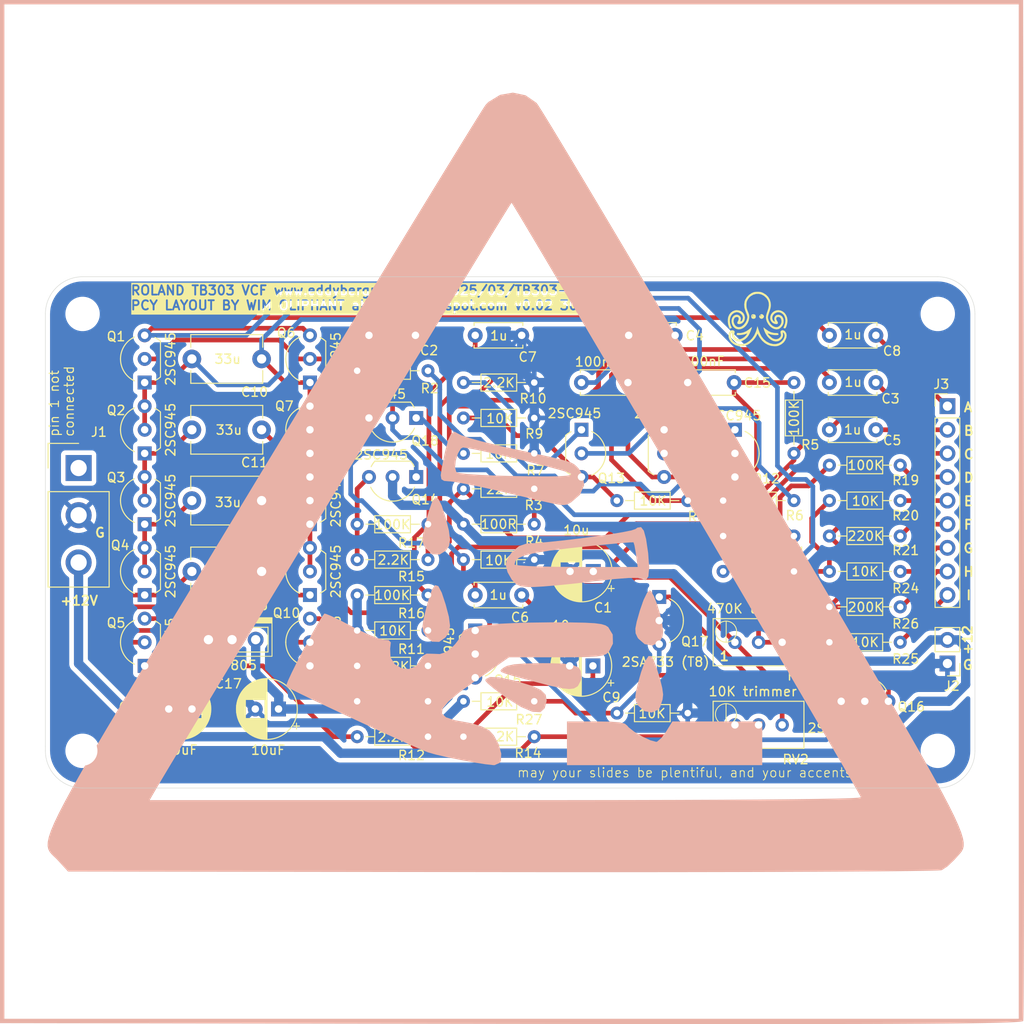
<source format=kicad_pcb>
(kicad_pcb (version 20240108) (generator "pcbnew") (generator_version "8.0")
  (layers (0 "F.Cu" signal) (31 "B.Cu" signal) (34 "B.Paste" user) (35 "F.Paste" user) (36 "B.SilkS" user "B.Silkscreen") (37 "F.SilkS" user "F.Silkscreen") (38 "B.Mask" user) (39 "F.Mask" user) (44 "Edge.Cuts" user))
  (net 0 "")
  (net 1 "Net-(Q1-B)")
  (net 2 "GND")
  (net 3 "Net-(Q1-C)")
  (net 4 "Net-(Q18-E)")
  (net 5 "/vout AND potentiometer_resonance_pin_1")
  (net 6 "Net-(C4-Pad1)")
  (net 7 "/potentiometer_resonance_pin_2")
  (net 8 "Net-(C5-Pad2)")
  (net 9 "Net-(C6-Pad1)")
  (net 10 "Net-(Q14-E)")
  (net 11 "Net-(C7-Pad1)")
  (net 12 "Net-(Q5-B)")
  (net 13 "/audio_in")
  (net 14 "Net-(C9-Pad1)")
  (net 15 "Net-(Q1-E)")
  (net 16 "Net-(Q6-E)")
  (net 17 "Net-(Q7-E)")
  (net 18 "Net-(Q2-E)")
  (net 19 "Net-(Q3-E)")
  (net 20 "Net-(Q8-E)")
  (net 21 "Net-(Q10-C)")
  (net 22 "Net-(Q4-E)")
  (net 23 "Net-(Q11-B)")
  (net 24 "Net-(Q12-B)")
  (net 25 "+12V")
  (net 26 "+5V")
  (net 28 "/potentiometer_freq_pin_2")
  (net 29 "/potentiometer_cv_in_pin_2")
  (net 30 "/potentiometer_freq_pin_3")
  (net 31 "/potentiometer_cv_in_pin_3")
  (net 32 "Net-(Q10-E)")
  (net 33 "Net-(Q10-B)")
  (net 34 "Net-(Q11-E)")
  (net 35 "Net-(Q11-C)")
  (net 36 "Net-(Q12-C)")
  (net 37 "Net-(Q13-B)")
  (net 38 "Net-(Q13-E)")
  (net 39 "Net-(Q14-B)")
  (net 40 "Net-(Q15-B)")
  (net 41 "Net-(Q15-C)")
  (net 42 "Net-(Q15-E)")
  (net 43 "Net-(Q16-B)")
  (net 44 "Net-(Q17-B)")
  (net 45 "Net-(R11-Pad1)")
  (net 46 "Net-(R19-Pad2)")
  (net 47 "/potentiometer_env_in_pin_2")
  (net 48 "/potentiometer_env_in_pin_3")
  (footprint "Capacitor_THT:C_Disc_D5.0mm_W2.5mm_P5.00mm" (layer "F.Cu") (at 130.81 50.8)
    (property "Reference" "C2")
    (property "Value" "47u")
  )
  (footprint "Resistor_THT:R_Axial_DIN0204_L3.6mm_D1.6mm_P7.62mm_Horizontal" (layer "F.Cu") (at 129.54 54.61)
    (property "Reference" "R2")
    (property "Value" "22K")
  )
  (footprint "Package_TO_SOT_THT:TO-92L_Inline_Wide" (layer "F.Cu") (at 153.67 60.96 -90)
    (property "Reference" "Q13")
    (property "Value" "2SC945")
  )
  (footprint "Resistor_THT:R_Axial_DIN0204_L3.6mm_D1.6mm_P7.62mm_Horizontal" (layer "F.Cu") (at 140.97 59.69)
    (property "Reference" "R9")
    (property "Value" "10K")
  )
  (footprint "Capacitor_THT:CP_Radial_D6.3mm_P2.50mm" (layer "F.Cu") (at 154.9 86.36 180)
    (property "Reference" "C9")
    (property "Value" "10u")
  )
  (footprint "Capacitor_THT:C_Disc_D5.0mm_W2.5mm_P5.00mm" (layer "F.Cu") (at 185.34 60.96 180)
    (property "Reference" "C5")
    (property "Value" "1u")
  )
  (footprint "Package_TO_SOT_THT:TO-92L_Inline_Wide" (layer "F.Cu") (at 124.46 63.5 90)
    (property "Reference" "Q7")
    (property "Value" "2SC945")
  )
  (footprint "Resistor_THT:R_Axial_DIN0204_L3.6mm_D1.6mm_P7.62mm_Horizontal" (layer "F.Cu") (at 187.96 68.58 180)
    (property "Reference" "R20")
    (property "Value" "10K")
  )
  (footprint "Potentiometer_THT:Potentiometer_Bourns_3296W_Vertical" (layer "F.Cu") (at 170.18 92.71 180)
    (property "Reference" "RV2")
    (property "Value" "10K trimmer")
  )
  (footprint "Package_TO_SOT_THT:TO-92L_Inline_Wide" (layer "F.Cu") (at 135.89 59.69 180)
    (property "Reference" "Q18")
    (property "Value" "2SC945")
  )
  (footprint "Resistor_THT:R_Axial_DIN0204_L3.6mm_D1.6mm_P7.62mm_Horizontal" (layer "F.Cu") (at 187.96 76.2 180)
    (property "Reference" "R24")
    (property "Value" "10K")
  )
  (footprint "Connector_PinHeader_2.54mm:PinHeader_1x03_P2.54mm_Vertical" (layer "F.Cu") (at 113.54 83.54 90)
    (property "Reference" "U1")
    (property "Value" "LM7805")
  )
  (footprint "Capacitor_THT:C_Disc_D7.5mm_W5.0mm_P7.50mm" (layer "F.Cu") (at 111.76 68.58)
    (property "Reference" "C12")
    (property "Value" "33u")
  )
  (footprint "Package_TO_SOT_THT:TO-92L_Inline_Wide" (layer "F.Cu") (at 170.18 60.96 -90)
    (property "Reference" "Q12")
    (property "Value" "2SC945")
  )
  (footprint "Package_TO_SOT_THT:TO-92L_Inline_Wide" (layer "F.Cu") (at 106.68 63.5 90)
    (property "Reference" "Q2")
    (property "Value" "2SC945")
  )
  (footprint "Package_TO_SOT_THT:TO-92L_Inline_Wide" (layer "F.Cu") (at 142.24 82.55 -90)
    (property "Reference" "Q15")
    (property "Value" "2SC945")
  )
  (footprint "Resistor_THT:R_Axial_DIN0204_L3.6mm_D1.6mm_P7.62mm_Horizontal" (layer "F.Cu") (at 148.59 93.98 180)
    (property "Reference" "R14")
    (property "Value" "2.2K")
  )
  (footprint "Resistor_THT:R_Axial_DIN0204_L3.6mm_D1.6mm_P7.62mm_Horizontal" (layer "F.Cu") (at 137.16 93.98 180)
    (property "Reference" "R12")
    (property "Value" "2.2K")
  )
  (footprint "Capacitor_THT:C_Disc_D7.5mm_W5.0mm_P7.50mm" (layer "F.Cu") (at 111.76 60.96)
    (property "Reference" "C11")
    (property "Value" "33u")
  )
  (footprint "Resistor_THT:R_Axial_DIN0204_L3.6mm_D1.6mm_P7.62mm_Horizontal" (layer "F.Cu") (at 187.96 72.39 180)
    (property "Reference" "R21")
    (property "Value" "220K")
  )
  (footprint "MountingHole:MountingHole_3.2mm_M3" (layer "F.Cu") (at 192 95.5)
    (property "Reference" "REF**" (hide yes))
    (property "Value" "MountingHole_3.2mm_M3" (hide yes))
  )
  (footprint "LOGO" (layer "F.Cu") (at 172.66 49.15)
    (property "Reference" "G***" (hide yes))
    (property "Value" "LOGO" (hide yes))
  )
  (footprint "Package_TO_SOT_THT:TO-92L_Inline_Wide" (layer "F.Cu") (at 106.68 86.36 90)
    (property "Reference" "Q5")
    (property "Value" "2SC945")
  )
  (footprint "Resistor_THT:R_Axial_DIN0204_L3.6mm_D1.6mm_P7.62mm_Horizontal" (layer "F.Cu") (at 129.54 78.74)
    (property "Reference" "R16")
    (property "Value" "100K")
  )
  (footprint "Resistor_THT:R_Axial_DIN0204_L3.6mm_D1.6mm_P7.62mm_Horizontal" (layer "F.Cu") (at 148.59 67.31 180)
    (property "Reference" "R3")
    (property "Value" "22K")
  )
  (footprint "MountingHole:MountingHole_3.2mm_M3" (layer "F.Cu") (at 100 48.5)
    (property "Reference" "REF**" (hide yes))
    (property "Value" "MountingHole_3.2mm_M3" (hide yes))
  )
  (footprint "Resistor_THT:R_Axial_DIN0204_L3.6mm_D1.6mm_P7.62mm_Horizontal" (layer "F.Cu") (at 165.1 68.58 180)
    (property "Reference" "R8")
    (property "Value" "10K")
  )
  (footprint "Capacitor_THT:C_Disc_D7.5mm_W5.0mm_P7.50mm" (layer "F.Cu") (at 111.76 76.2)
    (property "Reference" "C13")
    (property "Value" "18uF")
  )
  (footprint "Capacitor_THT:CP_Radial_D6.3mm_P2.50mm" (layer "F.Cu") (at 121.08 91 180)
    (property "Reference" "C17")
    (property "Value" "10uF")
  )
  (footprint "Resistor_THT:R_Axial_DIN0204_L3.6mm_D1.6mm_P7.62mm_Horizontal" (layer "F.Cu") (at 129.54 71.12)
    (property "Reference" "R17")
    (property "Value" "100K")
  )
  (footprint "Resistor_THT:R_Axial_DIN0204_L3.6mm_D1.6mm_P7.62mm_Horizontal" (layer "F.Cu") (at 168.91 68.58)
    (property "Reference" "R6")
    (property "Value" "100K")
  )
  (footprint "Resistor_THT:R_Axial_DIN0204_L3.6mm_D1.6mm_P7.62mm_Horizontal" (layer "F.Cu") (at 137.16 90.17 180)
    (property "Reference" "R13")
    (property "Value" "2.2K")
  )
  (footprint "Package_TO_SOT_THT:TO-92L_Inline_Wide" (layer "F.Cu") (at 162.035 78.945 -90)
    (property "Reference" "Q17")
    (property "Value" "2SA733 (T8)")
  )
  (footprint "Resistor_THT:R_Axial_DIN0204_L3.6mm_D1.6mm_P7.62mm_Horizontal" (layer "F.Cu") (at 140.97 55.88)
    (property "Reference" "R10")
    (property "Value" "2.2K")
  )
  (footprint "MountingHole:MountingHole_3.2mm_M3" (layer "F.Cu") (at 100 95.5)
    (property "Reference" "REF**" (hide yes))
    (property "Value" "MountingHole_3.2mm_M3" (hide yes))
  )
  (footprint "Resistor_THT:R_Axial_DIN0204_L3.6mm_D1.6mm_P7.62mm_Horizontal" (layer "F.Cu") (at 140.97 74.93)
    (property "Reference" "R18")
    (property "Value" "10K")
  )
  (footprint "Capacitor_THT:C_Disc_D5.0mm_W2.5mm_P5.00mm" (layer "F.Cu") (at 185.34 50.8 180)
    (property "Reference" "C8")
    (property "Value" "1u")
  )
  (footprint "Connector_PinHeader_2.54mm:PinHeader_1x02_P2.54mm_Vertical" (layer "F.Cu") (at 193.04 86.106 180)
    (property "Reference" "J2")
    (property "Value" "power_output" (hide yes))
  )
  (footprint "Capacitor_THT:C_Disc_D5.0mm_W2.5mm_P5.00mm" (layer "F.Cu") (at 147.24 78.74 180)
    (property "Reference" "C6")
    (property "Value" "1u")
  )
  (footprint "Resistor_THT:R_Axial_DIN0204_L3.6mm_D1.6mm_P7.62mm_Horizontal" (layer "F.Cu") (at 140.97 63.5)
    (property "Reference" "R7")
    (property "Value" "10K")
  )
  (footprint "Resistor_THT:R_Axial_DIN0204_L3.6mm_D1.6mm_P7.62mm_Horizontal" (layer "F.Cu") (at 148.59 71.12 180)
    (property "Reference" "R4")
    (property "Value" "100R")
  )
  (footprint "Resistor_THT:R_Axial_DIN0204_L3.6mm_D1.6mm_P7.62mm_Horizontal" (layer "F.Cu") (at 176.53 72.39 180)
    (property "Reference" "R1")
    (property "Value" "10K")
  )
  (footprint "Package_TO_SOT_THT:TO-92L_Inline_Wide" (layer "F.Cu") (at 124.46 55.88 90)
    (property "Reference" "Q6")
    (property "Value" "2SC945")
  )
  (footprint "Package_TO_SOT_THT:TO-92L_Inline_Wide" (layer "F.Cu") (at 181.61 90.17)
    (property "Reference" "Q16")
    (property "Value" "2SA733 (T7)")
  )
  (footprint "Capacitor_THT:C_Disc_D5.0mm_W2.5mm_P5.00mm" (layer "F.Cu") (at 185.34 55.88 180)
    (property "Reference" "C3")
    (property "Value" "1u")
  )
  (footprint "Package_TO_SOT_THT:TO-92L_Inline_Wide" (layer "F.Cu") (at 124.46 71.12 90)
    (property "Reference" "Q8")
    (property "Value" "2SC945")
  )
  (footprint "Capacitor_THT:C_Disc_D5.0mm_W2.5mm_P5.00mm" (layer "F.Cu") (at 158.67 55.88 180)
    (property "Reference" "C14")
    (property "Value" "100nF")
  )
  (footprint "Resistor_THT:R_Axial_DIN0204_L3.6mm_D1.6mm_P7.62mm_Horizontal" (layer "F.Cu") (at 176.53 55.88 -90)
    (property "Reference" "R5")
    (property "Value" "100K")
  )
  (footprint "Resistor_THT:R_Axial_DIN0204_L3.6mm_D1.6mm_P7.62mm_Horizontal" (layer "F.Cu") (at 187.96 64.77 180)
    (property "Reference" "R19")
    (property "Value" "100K")
  )
  (footprint "Potentiometer_THT:Potentiometer_Bourns_3296W_Vertical" (layer "F.Cu") (at 170.18 83.82 180)
    (property "Reference" "RV1")
    (property "Value" "470K trimmer")
  )
  (footprint "Capacitor_THT:CP_Radial_D6.3mm_P2.50mm" (layer "F.Cu") (at 154.94 76.2 180)
    (property "Reference" "C1")
    (property "Value" "10u")
  )
  (footprint "Capacitor_THT:C_Disc_D7.5mm_W5.0mm_P7.50mm" (layer "F.Cu") (at 111.76 53.34)
    (property "Reference" "C10")
    (property "Value" "33u")
  )
  (footprint "Capacitor_THT:C_Disc_D5.0mm_W2.5mm_P5.00mm" (layer "F.Cu") (at 170.1 55.88 180)
    (property "Reference" "C15")
    (property "Value" "100nF")
  )
  (footprint "Capacitor_THT:CP_Radial_D6.3mm_P2.50mm" (layer "F.Cu") (at 109.27 91)
    (property "Reference" "C16")
    (property "Value" "10uF")
  )
  (footprint "Package_TO_SOT_THT:TO-92L_Inline_Wide" (layer "F.Cu") (at 124.46 78.74 90)
    (property "Reference" "Q9")
    (property "Value" "2SC945")
  )
  (footprint "MountingHole:MountingHole_3.2mm_M3" (layer "F.Cu") (at 192 48.5)
    (property "Reference" "REF**" (hide yes))
    (property "Value" "MountingHole_3.2mm_M3" (hide yes))
  )
  (footprint "Resistor_THT:R_Axial_DIN0204_L3.6mm_D1.6mm_P7.62mm_Horizontal" (layer "F.Cu") (at 137.16 74.93 180)
    (property "Reference" "R15")
    (property "Value" "2.2K")
  )
  (footprint "Resistor_THT:R_Axial_DIN0204_L3.6mm_D1.6mm_P7.62mm_Horizontal" (layer "F.Cu") (at 187.96 83.82 180)
    (property "Reference" "R25")
    (property "Value" "10K")
  )
  (footprint "Capacitor_THT:C_Disc_D5.0mm_W2.5mm_P5.00mm" (layer "F.Cu") (at 142.24 50.8)
    (property "Reference" "C7")
    (property "Value" "1u")
  )
  (footprint "Capacitor_THT:C_Disc_D5.0mm_W2.5mm_P5.00mm" (layer "F.Cu") (at 163.75 50.8 180)
    (property "Reference" "C4")
    (property "Value" "1u")
  )
  (footprint "Resistor_THT:R_Axial_DIN0204_L3.6mm_D1.6mm_P7.62mm_Horizontal" (layer "F.Cu") (at 180.34 80.01)
    (property "Reference" "R26")
    (property "Value" "200K")
  )
  (footprint "Resistor_THT:R_Axial_DIN0204_L3.6mm_D1.6mm_P7.62mm_Horizontal" (layer "F.Cu") (at 137.16 82.55 180)
    (property "Reference" "R11")
    (property "Value" "10K")
  )
  (footprint "Package_TO_SOT_THT:TO-92L_Inline_Wide" (layer "F.Cu") (at 106.68 71.12 90)
    (property "Reference" "Q3")
    (property "Value" "2SC945")
  )
  (footprint "Resistor_THT:R_Axial_DIN0204_L3.6mm_D1.6mm_P7.62mm_Horizontal" (layer "F.Cu") (at 157.48 91.44)
    (property "Reference" "R28")
    (property "Value" "10K")
  )
  (footprint "Package_TO_SOT_THT:TO-92L_Inline_Wide" (layer "F.Cu") (at 162.56 60.96 -90)
    (property "Reference" "Q11")
    (property "Value" "2SC945")
  )
  (footprint "Resistor_THT:R_Axial_DIN0204_L3.6mm_D1.6mm_P7.62mm_Horizontal" (layer "F.Cu") (at 140.97 90.17)
    (property "Reference" "R27")
    (property "Value" "10K")
  )
  (footprint "Package_TO_SOT_THT:TO-92L_Inline_Wide" (layer "F.Cu") (at 124.46 86.36 90)
    (property "Reference" "Q10")
    (property "Value" "2SC945")
  )
  (footprint "Connector_Samtec_HPM_THT:Samtec_HPM-03-05-x-S_Straight_1x03_Pitch5.08mm" (layer "F.Cu") (at 99.575 65.075)
    (property "Reference" "J1")
    (property "Value" "power_input" (hide yes))
  )
  (footprint "Connector_PinHeader_2.54mm:PinHeader_1x09_P2.54mm_Vertical" (layer "F.Cu") (at 193.04 58.42)
    (property "Reference" "J3")
    (property "Value" "Conn_01x09_Pin" (hide yes))
  )
  (footprint "Package_TO_SOT_THT:TO-92L_Inline_Wide" (layer "F.Cu") (at 106.68 55.88 90)
    (property "Reference" "Q1")
    (property "Value" "2SC945")
  )
  (footprint "Resistor_THT:R_Axial_DIN0204_L3.6mm_D1.6mm_P7.62mm_Horizontal" (layer "F.Cu") (at 129.54 86.36)
    (property "Reference" "R22")
    (property "Value" "2.2K")
  )
  (footprint "Package_TO_SOT_THT:TO-92L_Inline_Wide" (layer "F.Cu") (at 106.68 78.74 90)
    (property "Reference" "Q4")
    (property "Value" "2SC945")
  )
  (footprint "Package_TO_SOT_THT:TO-92L_Inline_Wide" (layer "F.Cu") (at 135.89 66.04 180)
    (property "Reference" "Q14")
    (property "Value" "2SC945")
  )
  (footprint "Resistor_THT:R_Axial_DIN0204_L3.6mm_D1.6mm_P7.62mm_Horizontal" (layer "F.Cu") (at 168.91 76.2)
    (property "Reference" "R23")
    (property "Value" "2.2K")
  )
  (footprint "LOGO" (layer "B.Cu") (at 146.15 69.76 180)
    (property "Reference" "G***" (hide yes))
    (property "Value" "LOGO" (hide yes))
  )
  (gr_circle (center 169.23 82.68) (end 170.31 83.03) (stroke (width 0.1)) (fill none) (layer "F.SilkS"))
  (gr_line (start 169.224703 90.44) (end 169.224703 92.68) (stroke (width 0.1)) (layer "F.SilkS"))
  (gr_rect (start 111.74 81.74) (end 120.38 85.33) (stroke (width 0.1)) (fill none) (layer "F.SilkS"))
  (gr_circle (center 169.214703 91.56) (end 170.294703 91.91) (stroke (width 0.1)) (fill none) (layer "F.SilkS"))
  (gr_rect (start 111.74 81.18) (end 120.38 81.73) (stroke (width 0.1)) (fill solid) (layer "F.SilkS"))
  (gr_line (start 169.24 81.56) (end 169.24 83.8) (stroke (width 0.1)) (layer "F.SilkS"))
  (gr_line (start 96 48.5) (end 96 95) (stroke (width 0.05)) (layer "Edge.Cuts"))
  (gr_line (start 196 95.5) (end 196 48.5) (stroke (width 0.05)) (layer "Edge.Cuts"))
  (gr_line (start 100 99.5) (end 192 99.5) (stroke (width 0.05)) (layer "Edge.Cuts"))
  (gr_arc (start 192 44.5) (mid 194.828427 45.671573) (end 196 48.5) (stroke (width 0.05)) (layer "Edge.Cuts"))
  (gr_arc (start 196 95.5) (mid 194.828427 98.328427) (end 192 99.5) (stroke (width 0.05)) (layer "Edge.Cuts"))
  (gr_arc (start 100 99.5) (mid 97.171573 98.328427) (end 96 95.5) (stroke (width 0.05)) (layer "Edge.Cuts"))
  (gr_arc (start 96 48.5) (mid 97.171573 45.671573) (end 100 44.5) (stroke (width 0.05)) (layer "Edge.Cuts"))
  (gr_line (start 96 95.5) (end 96 95) (stroke (width 0.05)) (layer "Edge.Cuts"))
  (gr_line (start 192 44.5) (end 100 44.5) (stroke (width 0.05)) (layer "Edge.Cuts"))
  (gr_text "+12" (at 195.79 85.28 90) (layer "F.SilkS") (effects (font (size 1 1) (thickness 0.2) (bold yes)) (justify left bottom)))
  (gr_text "G" (at 194.66 74.2875 0) (layer "F.SilkS") (effects (font (size 1 1) (thickness 0.2) (bold yes)) (justify left bottom)))
  (gr_text "G" (at 194.59 86.84 0) (layer "F.SilkS") (effects (font (size 1 1) (thickness 0.2) (bold yes)) (justify left bottom)))
  (gr_text "A" (at 194.7 59.13 0) (layer "F.SilkS") (effects (font (size 1 1) (thickness 0.2) (bold yes)) (justify left bottom)))
  (gr_text "D" (at 194.7 66.70875 0) (layer "F.SilkS") (effects (font (size 1 1) (thickness 0.2) (bold yes)) (justify left bottom)))
  (gr_text "B" (at 194.7 61.65625 0) (layer "F.SilkS") (effects (font (size 1 1) (thickness 0.2) (bold yes)) (justify left bottom)))
  (gr_text "ROLAND TB303 VCF www.eddybergman.com/2025/03/TB303-VCF.html\nPCY LAYOUT BY WIM OLIPHANT abtsynth.blogspot.com v0.02 30/3/25" (at 105.08 48.16 0) (layer "F.SilkS" knockout) (effects (font (size 1 1) (thickness 0.2) (bold yes)) (justify left bottom)))
  (gr_text "pin 1 not \nconnected" (at 99.14 61.78 90) (layer "F.SilkS") (effects (font (size 1 1) (thickness 0.125)) (justify left bottom)))
  (gr_text "C" (at 194.7 64.1825 0) (layer "F.SilkS") (effects (font (size 1 1) (thickness 0.2) (bold yes)) (justify left bottom)))
  (gr_text "1" (at 168.43 85.91 0) (layer "F.SilkS") (effects (font (size 1 1) (thickness 0.2) (bold yes)) (justify left bottom)))
  (gr_text "G" (at 101.24 72.62 0) (layer "F.SilkS") (effects (font (size 1 1) (thickness 0.2) (bold yes)) (justify left bottom)))
  (gr_text "+12V" (at 97.5 79.93 0) (layer "F.SilkS") (effects (font (size 1 1) (thickness 0.2) (bold yes)) (justify left bottom)))
  (gr_text "may your slides be plentiful, and your accents many" (at 146.69 98.43 0) (layer "F.SilkS") (effects (font (size 1 1) (thickness 0.1)) (justify left bottom)))
  (gr_text "H" (at 194.66 76.82375 0) (layer "F.SilkS") (effects (font (size 1 1) (thickness 0.2) (bold yes)) (justify left bottom)))
  (gr_text "1" (at 168.62 94.72 0) (layer "F.SilkS") (effects (font (size 1 1) (thickness 0.2) (bold yes)) (justify left bottom)))
  (gr_text "E" (at 194.7 69.235 0) (layer "F.SilkS") (effects (font (size 1 1) (thickness 0.2) (bold yes)) (justify left bottom)))
  (gr_text "I" (at 194.96 79.35 0) (layer "F.SilkS") (effects (font (size 1 1) (thickness 0.2) (bold yes)) (justify left bottom)))
  (gr_text "F" (at 194.7 71.76125 0) (layer "F.SilkS") (effects (font (size 1 1) (thickness 0.2) (bold yes)) (justify left bottom)))
  (segment (start 107.442 50.038) (end 123.698 50.038) (width 0.5) (layer "F.Cu") (net 1))
  (segment (start 159.99 72.39) (end 168.91 72.39) (width 0.5) (layer "F.Cu") (net 1))
  (segment (start 106.68 50.8) (end 107.442 50.038) (width 0.5) (layer "F.Cu") (net 1))
  (segment (start 154.94 76.2) (end 156.18 76.2) (width 0.5) (layer "F.Cu") (net 1))
  (segment (start 123.698 50.038) (end 124.46 50.8) (width 0.5) (layer "F.Cu") (net 1))
  (segment (start 156.18 76.2) (end 159.99 72.39) (width 0.5) (layer "F.Cu") (net 1))
  (segment (start 121.602 46.8) (end 117.602 50.8) (width 0.5) (layer "B.Cu") (net 1))
  (segment (start 170.942 74.422) (end 177.538 74.422) (width 0.5) (layer "B.Cu") (net 1))
  (segment (start 168.91 72.39) (end 170.942 74.422) (width 0.5) (layer "B.Cu") (net 1))
  (segment (start 174.752 64.832) (end 174.752 56.402) (width 0.5) (layer "B.Cu") (net 1))
  (segment (start 117.602 50.8) (end 106.68 50.8) (width 0.5) (layer "B.Cu") (net 1))
  (segment (start 178.562 73.398) (end 178.562 67.052) (width 0.5) (layer "B.Cu") (net 1))
  (segment (start 178.562 67.052) (end 177.81 66.3) (width 0.5) (layer "B.Cu") (net 1))
  (segment (start 174.752 56.402) (end 165.15 46.8) (width 0.5) (layer "B.Cu") (net 1))
  (segment (start 177.538 74.422) (end 178.562 73.398) (width 0.5) (layer "B.Cu") (net 1))
  (segment (start 177.81 66.3) (end 176.22 66.3) (width 0.5) (layer "B.Cu") (net 1))
  (segment (start 165.15 46.8) (end 121.602 46.8) (width 0.5) (layer "B.Cu") (net 1))
  (segment (start 176.22 66.3) (end 174.752 64.832) (width 0.5) (layer "B.Cu") (net 1))
  (segment (start 99.575 70.155) (end 103.632 74.212) (width 1) (layer "B.Cu") (net 2))
  (segment (start 148.59 55.88) (end 149.86 55.88) (width 1) (layer "B.Cu") (net 2))
  (segment (start 109.728 87.122) (end 110.236 86.614) (width 1) (layer "B.Cu") (net 2))
  (segment (start 162.035 81.485) (end 155.243 81.485) (width 1) (layer "B.Cu") (net 2))
  (segment (start 110.236 82.042) (end 111.76 80.518) (width 1) (layer "B.Cu") (net 2))
  (segment (start 127 75.692) (end 127 59.436) (width 1) (layer "B.Cu") (net 2))
  (segment (start 103.632 74.212) (end 103.632 86.614) (width 1) (layer "B.Cu") (net 2))
  (segment (start 117.348 80.264) (end 120.904 80.264) (width 1) (layer "B.Cu") (net 2))
  (segment (start 116.08 83.54) (end 116.08 88.5) (width 1) (layer "B.Cu") (net 2))
  (segment (start 116.08 81.536) (end 116.08 81.532) (width 1) (layer "B.Cu") (net 2))
  (segment (start 148.59 63.5) (end 148.59 59.69) (width 1) (layer "B.Cu") (net 2))
  (segment (start 145.288 50.8) (end 147.24 50.8) (width 1) (layer "B.Cu") (net 2))
  (segment (start 148.59 74.93) (end 146.812 76.708) (width 1) (layer "B.Cu") (net 2))
  (segment (start 147.24 54.53) (end 148.59 55.88) (width 1) (layer "B.Cu") (net 2))
  (segment (start 146.812 76.708) (end 128.016 76.708) (width 1) (layer "B.Cu") (net 2))
  (segment (start 105.41 88.392) (end 108.712 88.392) (width 1) (layer "B.Cu") (net 2))
  (segment (start 115.062 80.518) (end 116.08 81.536) (width 1) (layer "B.Cu") (net 2))
  (segment (start 149.86 55.88) (end 154.94 50.8) (width 1) (layer "B.Cu") (net 2))
  (segment (start 191.594 86.106) (end 193.04 86.106) (width 1) (layer "B.Cu") (net 2))
  (segment (start 139.7 52.832) (end 143.256 52.832) (width 1) (layer "B.Cu") (net 2))
  (segment (start 127.254 87.122) (end 127.254 86.868) (width 1) (layer "B.Cu") (net 2))
  (segment (start 165.1 91.44) (end 165.1 83.312) (width 1) (layer "B.Cu") (net 2))
  (segment (start 135.81 50.8) (end 137.668 50.8) (width 1) (layer "B.Cu") (net 2))
  (segment (start 110.236 86.614) (end 110.236 82.042) (width 1) (layer "B.Cu") (net 2))
  (segment (start 155.243 81.485) (end 152.4 84.328) (width 1) (layer "B.Cu") (net 2))
  (segment (start 129.54 56.896) (end 132.08 56.896) (width 1) (layer "B.Cu") (net 2))
  (segment (start 170.82 88.13) (end 189.57 88.13) (width 1) (layer "B.Cu") (net 2))
  (segment (start 121.92 83.312) (end 121.92 87.63) (width 1) (layer "B.Cu") (net 2))
  (segment (start 125.984 88.392) (end 127.254 87.122) (width 1) (layer "B.Cu") (net 2))
  (segment (start 152.4 84.328) (end 152.4 86.36) (width 1) (layer "B.Cu") (net 2))
  (segment (start 127 59.436) (end 129.54 56.896) (width 1) (layer "B.Cu") (net 2))
  (segment (start 155.243 81.485) (end 152.44 78.682) (width 1) (layer "B.Cu") (net 2))
  (segment (start 121.92 81.28) (end 121.92 83.312) (width 1) (layer "B.Cu") (net 2))
  (segment (start 135.81 53.166) (end 135.81 50.8) (width 1) (layer "B.Cu") (net 2))
  (segment (start 111.76 80.518) (end 115.062 80.518) (width 1) (layer "B.Cu") (net 2))
  (segment (start 165.1 83.312) (end 163.273 81.485) (width 1) (layer "B.Cu") (net 2))
  (segment (start 167.51 91.44) (end 170.82 88.13) (width 1) (layer "B.Cu") (net 2))
  (segment (start 111.77 91) (end 113.47 91) (width 1) (layer "B.Cu") (net 2))
  (segment (start 165.1 91.44) (end 167.51 91.44) (width 1) (layer "B.Cu") (net 2))
  (segment (start 127.254 86.868) (end 127.254 77.47) (width 1) (layer "B.Cu") (net 2))
  (segment (start 116.08 88.5) (end 118.58 91) (width 1) (layer "B.Cu") (net 2))
  (segment (start 151.17 74.93) (end 152.44 76.2) (width 1) (layer "B.Cu") (net 2))
  (segment (start 103.632 86.614) (end 105.41 88.392) (width 1) (layer "B.Cu") (net 2))
  (segment (start 128.016 76.708) (end 127 75.692) (width 1) (layer "B.Cu") (net 2))
  (segment (start 148.59 55.88) (end 148.59 59.69) (width 1) (layer "B.Cu") (net 2))
  (segment (start 143.256 52.832) (end 145.288 50.8) (width 1) (layer "B.Cu") (net 2))
  (segment (start 154.94 50.8) (end 158.75 50.8) (width 1) (layer "B.Cu") (net 2))
  (segment (start 127.254 77.47) (end 128.016 76.708) (width 1) (layer "B.Cu") (net 2))
  (segment (start 189.57 88.13) (end 191.594 86.106) (width 1) (layer "B.Cu") (net 2))
  (segment (start 148.59 74.93) (end 151.17 74.93) (width 1) (layer "B.Cu") (net 2))
  (segment (start 113.47 91) (end 116.078 88.392) (width 1) (layer "B.Cu") (net 2))
  (segment (start 116.08 81.536) (end 116.08 83.54) (width 1) (layer "B.Cu") (net 2))
  (segment (start 152.44 78.682) (end 152.44 76.2) (width 1) (layer "B.Cu") (net 2))
  (segment (start 122.682 88.392) (end 125.984 88.392) (width 1) (layer "B.Cu") (net 2))
  (segment (start 108.712 88.392) (end 109.728 87.376) (width 1) (layer "B.Cu") (net 2))
  (segment (start 109.728 87.376) (end 109.728 87.122) (width 1) (layer "B.Cu") (net 2))
  (segment (start 116.08 81.532) (end 117.348 80.264) (width 1) (layer "B.Cu") (net 2))
  (segment (start 147.24 50.8) (end 147.24 54.53) (width 1) (layer "B.Cu") (net 2))
  (segment (start 137.668 50.8) (end 139.7 52.832) (width 1) (layer "B.Cu") (net 2))
  (segment (start 121.92 87.63) (end 122.682 88.392) (width 1) (layer "B.Cu") (net 2))
  (segment (start 120.904 80.264) (end 121.92 81.28) (width 1) (layer "B.Cu") (net 2))
  (segment (start 163.273 81.485) (end 162.035 81.485) (width 1) (layer "B.Cu") (net 2))
  (segment (start 132.08 56.896) (end 135.81 53.166) (width 1) (layer "B.Cu") (net 2))
  (segment (start 121.158 51.308) (end 123.19 53.34) (width 0.5) (layer "F.Cu") (net 3))
  (segment (start 129.54 52.07) (end 129.54 54.61) (width 0.5) (layer "F.Cu") (net 3))
  (segment (start 107.95 53.34) (end 109.982 51.308) (width 0.5) (layer "F.Cu") (net 3))
  (segment (start 109.982 51.308) (end 121.158 51.308) (width 0.5) (layer "F.Cu") (net 3))
  (segment (start 148.59 67.31) (end 148.59 71.12) (width 0.5) (layer "F.Cu") (net 3))
  (segment (start 133.35 59.69) (end 133.35 57.15) (width 0.5) (layer "F.Cu") (net 3))
  (segment (start 123.19 53.34) (end 124.46 53.34) (width 0.5) (layer "F.Cu") (net 3))
  (segment (start 124.46 53.34) (end 125.73 53.34) (width 0.5) (layer "F.Cu") (net 3))
  (segment (start 127 54.61) (end 129.54 54.61) (width 0.5) (layer "F.Cu") (net 3))
  (segment (start 130.81 54.61) (end 129.54 54.61) (width 0.5) (layer "F.Cu") (net 3))
  (segment (start 125.73 53.34) (end 127 54.61) (width 0.5) (layer "F.Cu") (net 3))
  (segment (start 106.68 53.34) (end 107.95 53.34) (width 0.5) (layer "F.Cu") (net 3))
  (segment (start 133.35 57.15) (end 130.81 54.61) (width 0.5) (layer "F.Cu") (net 3))
  (segment (start 130.81 50.8) (end 129.54 52.07) (width 0.5) (layer "F.Cu") (net 3))
  (segment (start 145.542 67.31) (end 148.59 67.31) (width 0.5) (layer "B.Cu") (net 3))
  (segment (start 143.51 65.278) (end 145.542 67.31) (width 0.5) (layer "B.Cu") (net 3))
  (segment (start 150.114 67.31) (end 148.59 67.31) (width 0.5) (layer "B.Cu") (net 3))
  (segment (start 152.908 70.104) (end 150.114 67.31) (width 0.5) (layer "B.Cu") (net 3))
  (segment (start 133.35 59.69) (end 133.35 60.96) (width 0.5) (layer "B.Cu") (net 3))
  (segment (start 139.446 65.278) (end 143.51 65.278) (width 0.5) (layer "B.Cu") (net 3))
  (segment (start 134.19 61.8) (end 135.968 61.8) (width 0.5) (layer "B.Cu") (net 3))
  (segment (start 176.53 72.39) (end 174.244 70.104) (width 0.5) (layer "B.Cu") (net 3))
  (segment (start 174.244 70.104) (end 152.908 70.104) (width 0.5) (layer "B.Cu") (net 3))
  (segment (start 133.35 60.96) (end 134.19 61.8) (width 0.5) (layer "B.Cu") (net 3))
  (segment (start 135.968 61.8) (end 139.446 65.278) (width 0.5) (layer "B.Cu") (net 3))
  (segment (start 156.972 53.34) (end 178.308 53.34) (width 0.5) (layer "F.Cu") (net 4))
  (segment (start 139.446 59.133025) (end 140.159025 58.42) (width 0.5) (layer "F.Cu") (net 4))
  (segment (start 143.891 57.785) (end 154.015 57.785) (width 0.5) (layer "F.Cu") (net 4))
  (segment (start 155.51 56.29) (end 155.51 54.802) (width 0.5) (layer "F.Cu") (net 4))
  (segment (start 143.256 58.42) (end 143.891 57.785) (width 0.5) (layer "F.Cu") (net 4))
  (segment (start 140.97 63.5) (end 139.446 61.976) (width 0.5) (layer "F.Cu") (net 4))
  (segment (start 180.34 55.372) (end 180.34 55.88) (width 0.5) (layer "F.Cu") (net 4))
  (segment (start 155.51 54.802) (end 156.972 53.34) (width 0.5) (layer "F.Cu") (net 4))
  (segment (start 154.015 57.785) (end 155.51 56.29) (width 0.5) (layer "F.Cu") (net 4))
  (segment (start 178.308 53.34) (end 180.34 55.372) (width 0.5) (layer "F.Cu") (net 4))
  (segment (start 140.159025 58.42) (end 143.256 58.42) (width 0.5) (layer "F.Cu") (net 4))
  (segment (start 139.446 61.976) (end 139.446 59.133025) (width 0.5) (layer "F.Cu") (net 4))
  (segment (start 140.21 63.5) (end 140.97 63.5) (width 0.5) (layer "B.Cu") (net 4))
  (segment (start 135.89 59.69) (end 136.4 59.69) (width 0.5) (layer "B.Cu") (net 4))
  (segment (start 136.4 59.69) (end 140.21 63.5) (width 0.5) (layer "B.Cu") (net 4))
  (segment (start 185.34 55.88) (end 190.42 60.96) (width 0.5) (layer "F.Cu") (net 5))
  (segment (start 190.42 60.96) (end 193.04 60.96) (width 0.5) (layer "F.Cu") (net 5))
  (segment (start 172.78 64.83) (end 176.53 68.58) (width 0.5) (layer "B.Cu") (net 6))
  (segment (start 163.75 50.8) (end 163.75 53.166) (width 0.5) (layer "B.Cu") (net 6))
  (segment (start 162.052 54.864) (end 162.052 57.404) (width 0.5) (layer "B.Cu") (net 6))
  (segment (start 172.78 60.24) (end 172.78 64.83) (width 0.5) (layer "B.Cu") (net 6))
  (segment (start 163.75 53.166) (end 162.052 54.864) (width 0.5) (layer "B.Cu") (net 6))
  (segment (start 171.214 58.674) (end 172.78 60.24) (width 0.5) (layer "B.Cu") (net 6))
  (segment (start 163.322 58.674) (end 171.214 58.674) (width 0.5) (layer "B.Cu") (net 6))
  (segment (start 162.052 57.404) (end 163.322 58.674) (width 0.5) (layer "B.Cu") (net 6))
  (segment (start 187.96 60.96) (end 190.5 63.5) (width 0.5) (layer "F.Cu") (net 7))
  (segment (start 190.5 63.5) (end 193.04 63.5) (width 0.5) (layer "F.Cu") (net 7))
  (segment (start 185.34 60.96) (end 187.96 60.96) (width 0.5) (layer "F.Cu") (net 7))
  (segment (start 137.16 73.76) (end 137.16 74.93) (width 0.5) (layer "F.Cu") (net 8))
  (segment (start 153.416 52.324) (end 151.892 53.848) (width 0.5) (layer "F.Cu") (net 8))
  (segment (start 179.324 52.324) (end 153.416 52.324) (width 0.5) (layer "F.Cu") (net 8))
  (segment (start 182.01 59.29) (end 182.01 55.01) (width 0.5) (layer "F.Cu") (net 8))
  (segment (start 139.446 57.404) (end 138.43 58.42) (width 0.5) (layer "F.Cu") (net 8))
  (segment (start 138.43 72.49) (end 137.16 73.76) (width 0.5) (layer "F.Cu") (net 8))
  (segment (start 142.24 57.404) (end 139.446 57.404) (width 0.5) (layer "F.Cu") (net 8))
  (segment (start 180.34 60.96) (end 182.01 59.29) (width 0.5) (layer "F.Cu") (net 8))
  (segment (start 182.01 55.01) (end 179.324 52.324) (width 0.5) (layer "F.Cu") (net 8))
  (segment (start 145.796 53.848) (end 142.24 57.404) (width 0.5) (layer "F.Cu") (net 8))
  (segment (start 151.892 53.848) (end 145.796 53.848) (width 0.5) (layer "F.Cu") (net 8))
  (segment (start 138.43 58.42) (end 138.43 72.49) (width 0.5) (layer "F.Cu") (net 8))
  (segment (start 156.972 83.312) (end 161.036 87.376) (width 0.5) (layer "F.Cu") (net 9))
  (segment (start 172.212 90.424) (end 172.72 90.932) (width 0.5) (layer "F.Cu") (net 9))
  (segment (start 151.812 83.312) (end 156.972 83.312) (width 0.5) (layer "F.Cu") (net 9))
  (segment (start 147.24 78.74) (end 151.812 83.312) (width 0.5) (layer "F.Cu") (net 9))
  (segment (start 174.752 90.932) (end 175.26 91.44) (width 0.5) (layer "F.Cu") (net 9))
  (segment (start 175.26 91.44) (end 175.26 92.71) (width 0.5) (layer "F.Cu") (net 9))
  (segment (start 167.132 87.376) (end 170.18 90.424) (width 0.5) (layer "F.Cu") (net 9))
  (segment (start 161.036 87.376) (end 167.132 87.376) (width 0.5) (layer "F.Cu") (net 9))
  (segment (start 172.72 90.932) (end 174.752 90.932) (width 0.5) (layer "F.Cu") (net 9))
  (segment (start 170.18 90.424) (end 172.212 90.424) (width 0.5) (layer "F.Cu") (net 9))
  (segment (start 140.97 74.93) (end 140.97 76.327) (width 0.5) (layer "F.Cu") (net 10))
  (segment (start 142.24 77.597) (end 142.24 78.74) (width 0.5) (layer "F.Cu") (net 10))
  (segment (start 140.97 76.327) (end 142.24 77.597) (width 0.5) (layer "F.Cu") (net 10))
  (segment (start 128.84 64.708) (end 130.048 63.5) (width 0.5) (layer "B.Cu") (net 10))
  (segment (start 134.62 73.152) (end 130.048 68.58) (width 0.5) (layer "B.Cu") (net 10))
  (segment (start 130.048 68.58) (end 129.54 68.58) (width 0.5) (layer "B.Cu") (net 10))
  (segment (start 135.89 64.57) (end 135.89 66.04) (width 0.5) (layer "B.Cu") (net 10))
  (segment (start 134.82 63.5) (end 135.89 64.57) (width 0.5) (layer "B.Cu") (net 10))
  (segment (start 129.54 68.58) (end 128.84 67.88) (width 0.5) (layer "B.Cu") (net 10))
  (segment (start 140.97 74.93) (end 139.192 73.152) (width 0.5) (layer "B.Cu") (net 10))
  (segment (start 139.192 73.152) (end 134.62 73.152) (width 0.5) (layer "B.Cu") (net 10))
  (segment (start 128.84 67.88) (end 128.84 64.708) (width 0.5) (layer "B.Cu") (net 10))
  (segment (start 130.048 63.5) (end 134.82 63.5) (width 0.5) (layer "B.Cu") (net 10))
  (segment (start 137.16 71.12) (end 137.26 71.02) (width 0.5) (layer "F.Cu") (net 11))
  (segment (start 135.69 72.59) (end 135.69 77.27) (width 0.5) (layer "F.Cu") (net 11))
  (segment (start 137.16 71.12) (end 135.69 72.59) (width 0.5) (layer "F.Cu") (net 11))
  (segment (start 135.69 77.27) (end 137.16 78.74) (width 0.5) (layer "F.Cu") (net 11))
  (segment (start 142.24 52.07) (end 142.24 50.8) (width 0.5) (layer "F.Cu") (net 11))
  (segment (start 137.26 71.02) (end 137.26 57.05) (width 0.5) (layer "F.Cu") (net 11))
  (segment (start 137.26 57.05) (end 142.24 52.07) (width 0.5) (layer "F.Cu") (net 11))
  (segment (start 178.435 48.895) (end 105.918 48.895) (width 0.5) (layer "F.Cu") (net 12))
  (segment (start 105.918 48.895) (end 104.14 50.673) (width 0.5) (layer "F.Cu") (net 12))
  (segment (start 112.903 88.265) (end 113.792 87.376) (width 0.5) (layer "F.Cu") (net 12))
  (segment (start 127 93.98) (end 129.54 93.98) (width 0.5) (layer "F.Cu") (net 12))
  (segment (start 180.34 50.8) (end 178.435 48.895) (width 0.5) (layer "F.Cu") (net 12))
  (segment (start 119.38 86.36) (end 127 93.98) (width 0.5) (layer "F.Cu") (net 12))
  (segment (start 104.14 85.852) (end 104.14 87.63) (width 0.5) (layer "F.Cu") (net 12))
  (segment (start 108.458 81.28) (end 110.49 83.312) (width 0.5) (layer "F.Cu") (net 12))
  (segment (start 104.14 87.63) (end 104.775 88.265) (width 0.5) (layer "F.Cu") (net 12))
  (segment (start 102.108 83.82) (end 104.14 85.852) (width 0.5) (layer "F.Cu") (net 12))
  (segment (start 110.49 85.09) (end 111.76 86.36) (width 0.5) (layer "F.Cu") (net 12))
  (segment (start 106.68 81.28) (end 108.458 81.28) (width 0.5) (layer "F.Cu") (net 12))
  (segment (start 102.108 79.121) (end 102.108 83.82) (width 0.5) (layer "F.Cu") (net 12))
  (segment (start 111.76 86.36) (end 119.38 86.36) (width 0.5) (layer "F.Cu") (net 12))
  (segment (start 104.14 77.089) (end 102.108 79.121) (width 0.5) (layer "F.Cu") (net 12))
  (segment (start 104.14 50.673) (end 104.14 77.089) (width 0.5) (layer "F.Cu") (net 12))
  (segment (start 113.792 87.376) (end 113.792 86.36) (width 0.5) (layer "F.Cu") (net 12))
  (segment (start 104.775 88.265) (end 112.903 88.265) (width 0.5) (layer "F.Cu") (net 12))
  (segment (start 110.49 83.312) (end 110.49 85.09) (width 0.5) (layer "F.Cu") (net 12))
  (segment (start 192.96 58.42) (end 193.04 58.42) (width 0.5) (layer "F.Cu") (net 13))
  (segment (start 185.34 50.8) (end 192.96 58.42) (width 0.5) (layer "F.Cu") (net 13))
  (segment (start 154.305 88.265) (end 146.685 88.265) (width 0.5) (layer "F.Cu") (net 14))
  (segment (start 154.9 86.36) (end 154.9 87.67) (width 0.5) (layer "F.Cu") (net 14))
  (segment (start 154.9 87.67) (end 154.305 88.265) (width 0.5) (layer "F.Cu") (net 14))
  (segment (start 146.685 88.265) (end 140.97 93.98) (width 0.5) (layer "F.Cu") (net 14))
  (segment (start 137.16 93.98) (end 140.97 93.98) (width 0.5) (layer "F.Cu") (net 14))
  (segment (start 137.16 90.17) (end 137.16 93.98) (width 0.5) (layer "F.Cu") (net 14))
  (segment (start 106.68 55.88) (end 106.68 58.42) (width 0.5) (layer "F.Cu") (net 15))
  (segment (start 106.68 60.96) (end 106.68 58.42) (width 0.5) (layer "F.Cu") (net 15))
  (segment (start 109.22 55.88) (end 106.68 55.88) (width 0.5) (layer "F.Cu") (net 15))
  (segment (start 111.76 53.34) (end 109.22 55.88) (width 0.5) (layer "F.Cu") (net 15))
  (segment (start 119.996 56.134) (end 114.554 56.134) (width 0.5) (layer "B.Cu") (net 15))
  (segment (start 160.62 52.3) (end 160.62 50.14) (width 0.5) (layer "B.Cu") (net 15))
  (segment (start 159.58 53.34) (end 160.62 52.3) (width 0.5) (layer "B.Cu") (net 15))
  (segment (start 155.194 55.88) (end 157.734 53.34) (width 0.5) (layer "B.Cu") (net 15))
  (segment (start 121.412 51.198) (end 121.412 54.718) (width 0.5) (layer "B.Cu") (net 15))
  (segment (start 159.58 49.1) (end 123.51 49.1) (width 0.5) (layer "B.Cu") (net 15))
  (segment (start 123.51 49.1) (end 121.412 51.198) (width 0.5) (layer "B.Cu") (net 15))
  (segment (start 121.412 54.718) (end 119.996 56.134) (width 0.5) (layer "B.Cu") (net 15))
  (segment (start 153.67 55.88) (end 155.194 55.88) (width 0.5) (layer "B.Cu") (net 15))
  (segment (start 157.734 53.34) (end 159.58 53.34) (width 0.5) (layer "B.Cu") (net 15))
  (segment (start 114.554 56.134) (end 111.76 53.34) (width 0.5) (layer "B.Cu") (net 15))
  (segment (start 160.62 50.14) (end 159.58 49.1) (width 0.5) (layer "B.Cu") (net 15))
  (segment (start 124.46 60.96) (end 124.46 58.42) (width 0.5) (layer "F.Cu") (net 16))
  (segment (start 119.26 53.34) (end 121.8 55.88) (width 0.5) (layer "F.Cu") (net 16))
  (segment (start 124.46 55.88) (end 124.46 58.42) (width 0.5) (layer "F.Cu") (net 16))
  (segment (start 121.8 55.88) (end 124.46 55.88) (width 0.5) (layer "F.Cu") (net 16))
  (segment (start 119.26 53.34) (end 119.26 51.28) (width 0.5) (layer "B.Cu") (net 16))
  (segment (start 166.37 54.61) (end 165.1 55.88) (width 0.5) (layer "B.Cu") (net 16))
  (segment (start 164.12 47.91) (end 166.37 50.16) (width 0.5) (layer "B.Cu") (net 16))
  (segment (start 166.37 50.16) (end 166.37 54.61) (width 0.5) (layer "B.Cu") (net 16))
  (segment (start 119.26 51.28) (end 122.63 47.91) (width 0.5) (layer "B.Cu") (net 16))
  (segment (start 122.63 47.91) (end 164.12 47.91) (width 0.5) (layer "B.Cu") (net 16))
  (segment (start 121.8 63.5) (end 124.46 63.5) (width 0.5) (layer "F.Cu") (net 17))
  (segment (start 119.26 60.96) (end 121.8 63.5) (width 0.5) (layer "F.Cu") (net 17))
  (segment (start 124.46 63.5) (end 124.46 66.04) (width 0.5) (layer "F.Cu") (net 17))
  (segment (start 124.46 68.58) (end 124.46 66.04) (width 0.5) (layer "F.Cu") (net 17))
  (segment (start 111.76 60.96) (end 109.22 63.5) (width 0.5) (layer "F.Cu") (net 18))
  (segment (start 109.22 63.5) (end 106.68 63.5) (width 0.5) (layer "F.Cu") (net 18))
  (segment (start 106.68 63.5) (end 106.68 66.04) (width 0.5) (layer "F.Cu") (net 18))
  (segment (start 106.68 66.04) (end 106.68 68.58) (width 0.5) (layer "F.Cu") (net 18))
  (segment (start 111.76 68.58) (end 109.22 71.12) (width 0.5) (layer "F.Cu") (net 19))
  (segment (start 106.68 71.12) (end 106.68 73.66) (width 0.5) (layer "F.Cu") (net 19))
  (segment (start 106.68 76.2) (end 106.68 73.66) (width 0.5) (layer "F.Cu") (net 19))
  (segment (start 109.22 71.12) (end 106.68 71.12) (width 0.5) (layer "F.Cu") (net 19))
  (segment (start 124.46 76.2) (end 124.46 73.66) (width 0.5) (layer "F.Cu") (net 20))
  (segment (start 119.26 68.58) (end 121.8 71.12) (width 0.5) (layer "F.Cu") (net 20))
  (segment (start 121.8 71.12) (end 124.46 71.12) (width 0.5) (layer "F.Cu") (net 20))
  (segment (start 124.46 71.12) (end 124.46 73.66) (width 0.5) (layer "F.Cu") (net 20))
  (segment (start 123.19 83.82) (end 121.92 82.55) (width 0.5) (layer "F.Cu") (net 21))
  (segment (start 124.46 83.82) (end 123.19 83.82) (width 0.5) (layer "F.Cu") (net 21))
  (segment (start 121.92 82.55) (end 121.92 78.74) (width 0.5) (layer "F.Cu") (net 21))
  (segment (start 119.26 76.2) (end 121.8 78.74) (width 0.5) (layer "F.Cu") (net 21))
  (segment (start 121.8 78.74) (end 124.46 78.74) (width 0.5) (layer "F.Cu") (net 21))
  (segment (start 103.378 83.058) (end 103.378 79.502) (width 0.5) (layer "F.Cu") (net 22))
  (segment (start 103.378 79.502) (end 104.14 78.74) (width 0.5) (layer "F.Cu") (net 22))
  (segment (start 111.76 76.2) (end 109.22 78.74) (width 0.5) (layer "F.Cu") (net 22))
  (segment (start 109.22 78.74) (end 106.68 78.74) (width 0.5) (layer "F.Cu") (net 22))
  (segment (start 104.14 83.82) (end 103.378 83.058) (width 0.5) (layer "F.Cu") (net 22))
  (segment (start 104.14 78.74) (end 106.68 78.74) (width 0.5) (layer "F.Cu") (net 22))
  (segment (start 106.68 83.82) (end 104.14 83.82) (width 0.5) (layer "F.Cu") (net 22))
  (segment (start 162.56 66.04) (end 166.37 66.04) (width 0.5) (layer "F.Cu") (net 23))
  (segment (start 158.67 63.42) (end 161.29 66.04) (width 0.5) (layer "F.Cu") (net 23))
  (segment (start 161.29 66.04) (end 162.56 66.04) (width 0.5) (layer "F.Cu") (net 23))
  (segment (start 158.67 55.88) (end 158.67 63.42) (width 0.5) (layer "F.Cu") (net 23))
  (segment (start 166.37 66.04) (end 168.91 68.58) (width 0.5) (layer "F.Cu") (net 23))
  (segment (start 170.1 55.88) (end 176.53 55.88) (width 0.5) (layer "F.Cu") (net 24))
  (segment (start 172.5 59.47) (end 170.1 57.07) (width 0.5) (layer "F.Cu") (net 24))
  (segment (start 170.1 57.07) (end 170.1 55.88) (width 0.5) (layer "F.Cu") (net 24))
  (segment (start 171.63 66.04) (end 172.5 65.17) (width 0.5) (layer "F.Cu") (net 24))
  (segment (start 170.18 66.04) (end 171.63 66.04) (width 0.5) (layer "F.Cu") (net 24))
  (segment (start 172.5 65.17) (end 172.5 59.47) (width 0.5) (layer "F.Cu") (net 24))
  (segment (start 188.978 85.85) (end 191.262 83.566) (width 1) (layer "B.Cu") (net 25))
  (segment (start 99.568 86.106) (end 104.462 91) (width 1) (layer "B.Cu") (net 25))
  (segment (start 133.35 66.04) (end 133.35 68.072) (width 1) (layer "B.Cu") (net 25))
  (segment (start 191.262 83.566) (end 193.04 83.566) (width 1) (layer "B.Cu") (net 25))
  (segment (start 99.568 75.242) (end 99.568 86.106) (width 1) (layer "B.Cu") (net 25))
  (segment (start 167.64 84.33) (end 169.16 85.85) (width 1) (layer "B.Cu") (net 25))
  (segment (start 113.54 86.73) (end 113.54 83.54) (width 1) (layer "B.Cu") (net 25))
  (segment (start 184.412 95.758) (end 190 90.17) (width 1) (layer "B.Cu") (net 25))
  (segment (start 109.27 91) (end 113.54 86.73) (width 1) (layer "B.Cu") (net 25))
  (segment (start 142.748 72.898) (end 156.464 72.898) (width 1) (layer "B.Cu") (net 25))
  (segment (start 127.762 95.758) (end 184.412 95.758) (width 1) (layer "B.Cu") (net 25))
  (segment (start 194.242081 83.566) (end 193.04 83.566) (width 1) (layer "B.Cu") (net 25))
  (segment (start 99.575 75.235) (end 99.568 75.242) (width 1) (layer "B.Cu") (net 25))
  (segment (start 156.464 72.898) (end 160.02 76.454) (width 1) (layer "B.Cu") (net 25))
  (segment (start 140.97 71.12) (end 142.748 72.898) (width 1) (layer "B.Cu") (net 25))
  (segment (start 138.938 69.088) (end 140.97 71.12) (width 1) (layer "B.Cu") (net 25))
  (segment (start 195 88.36) (end 195 84.323919) (width 1) (layer "B.Cu") (net 25))
  (segment (start 160.02 76.454) (end 163.584 76.454) (width 1) (layer "B.Cu") (net 25))
  (segment (start 134.366 69.088) (end 138.938 69.088) (width 1) (layer "B.Cu") (net 25))
  (segment (start 110.998 93.98) (end 125.984 93.98) (width 1) (layer "B.Cu") (net 25))
  (segment (start 167.64 80.51) (end 167.64 84.33) (width 1) (layer "B.Cu") (net 25))
  (segment (start 190 90.17) (end 193.19 90.17) (width 1) (layer "B.Cu") (net 25))
  (segment (start 133.35 68.072) (end 134.366 69.088) (width 1) (layer "B.Cu") (net 25))
  (segment (start 109.27 91) (end 109.27 92.252) (width 1) (layer "B.Cu") (net 25))
  (segment (start 109.27 92.252) (end 110.998 93.98) (width 1) (layer "B.Cu") (net 25))
  (segment (start 125.984 93.98) (end 127.762 95.758) (width 1) (layer "B.Cu") (net 25))
  (segment (start 163.584 76.454) (end 167.64 80.51) (width 1) (layer "B.Cu") (net 25))
  (segment (start 193.19 90.17) (end 195 88.36) (width 1) (layer "B.Cu") (net 25))
  (segment (start 104.462 91) (end 109.27 91) (width 1) (layer "B.Cu") (net 25))
  (segment (start 195 84.323919) (end 194.242081 83.566) (width 1) (layer "B.Cu") (net 25))
  (segment (start 169.16 85.85) (end 188.978 85.85) (width 1) (layer "B.Cu") (net 25))
  (segment (start 131.572 92.202) (end 138.938 92.202) (width 1) (layer "B.Cu") (net 26))
  (segment (start 121.1 90.98) (end 121.08 91) (width 1) (layer "B.Cu") (net 26))
  (segment (start 128.71 91) (end 129.54 90.17) (width 1) (layer "B.Cu") (net 26))
  (segment (start 129.54 78.74) (end 129.54 82.55) (width 1) (layer "B.Cu") (net 26))
  (segment (start 121.1 89.604) (end 121.1 90.98) (width 1) (layer "B.Cu") (net 26))
  (segment (start 131.826 84.836) (end 131.826 87.884) (width 1) (layer "B.Cu") (net 26))
  (segment (start 121.08 91) (end 128.71 91) (width 1) (layer "B.Cu") (net 26))
  (segment (start 131.826 87.884) (end 129.54 90.17) (width 1) (layer "B.Cu") (net 26))
  (segment (start 118.62 87.124) (end 121.1 89.604) (width 1) (layer "B.Cu") (net 26))
  (segment (start 118.62 83.54) (end 118.62 87.124) (width 1) (layer "B.Cu") (net 26))
  (segment (start 129.54 82.55) (end 131.826 84.836) (width 1) (layer "B.Cu") (net 26))
  (segment (start 138.938 92.202) (end 140.97 90.17) (width 1) (layer "B.Cu") (net 26))
  (segment (start 129.54 90.17) (end 131.572 92.202) (width 1) (layer "B.Cu") (net 26))
  (segment (start 187.96 64.77) (end 189.23 66.04) (width 0.5) (layer "F.Cu") (net 28))
  (segment (start 189.23 66.04) (end 193.04 66.04) (width 0.5) (layer "F.Cu") (net 28))
  (segment (start 187.96 80.01) (end 188.1 80.01) (width 0.5) (layer "F.Cu") (net 29))
  (segment (start 188.1 80.01) (end 191.91 76.2) (width 0.5) (layer "F.Cu") (net 29))
  (segment (start 191.91 76.2) (end 193.04 76.2) (width 0.5) (layer "F.Cu") (net 29))
  (segment (start 187.96 68.58) (end 193.04 68.58) (width 0.5) (layer "F.Cu") (net 30))
  (segment (start 187.96 83.82) (end 193.04 78.74) (width 0.5) (layer "F.Cu") (net 31))
  (segment (start 119.38 81.28) (end 110.49 81.28) (width 0.5) (layer "F.Cu") (net 32))
  (segment (start 107.95 86.36) (end 106.68 86.36) (width 0.5) (layer "F.Cu") (net 32))
  (segment (start 108.712 85.598) (end 107.95 86.36) (width 0.5) (layer "F.Cu") (net 32))
  (segment (start 110.49 81.28) (end 109.22 80.01) (width 0.5) (layer "F.Cu") (net 32))
  (segment (start 109.22 80.01) (end 105.283 80.01) (width 0.5) (layer "F.Cu") (net 32))
  (segment (start 105.283 80.01) (end 104.775 80.518) (width 0.5) (layer "F.Cu") (net 32))
  (segment (start 104.775 80.518) (end 104.775 82.169) (width 0.5) (layer "F.Cu") (net 32))
  (segment (start 108.712 83.566) (end 108.712 85.598) (width 0.5) (layer "F.Cu") (net 32))
  (segment (start 105.33929 82.55) (end 107.696 82.55) (width 0.5) (layer "F.Cu") (net 32))
  (segment (start 105.156 82.55) (end 105.41 82.55) (width 0.5) (layer "F.Cu") (net 32))
  (segment (start 121.92 86.36) (end 120.65 85.09) (width 0.5) (layer "F.Cu") (net 32))
  (segment (start 104.775 82.169) (end 105.156 82.55) (width 0.5) (layer "F.Cu") (net 32))
  (segment (start 120.65 85.09) (end 120.65 82.55) (width 0.5) (layer "F.Cu") (net 32))
  (segment (start 124.46 86.36) (end 121.92 86.36) (width 0.5) (layer "F.Cu") (net 32))
  (segment (start 107.696 82.55) (end 108.712 83.566) (width 0.5) (layer "F.Cu") (net 32))
  (segment (start 124.46 86.36) (end 129.54 86.36) (width 0.5) (layer "F.Cu") (net 32))
  (segment (start 120.65 82.55) (end 119.38 81.28) (width 0.5) (layer "F.Cu") (net 32))
  (segment (start 172.72 92.71) (end 170.18 92.71) (width 0.5) (layer "F.Cu") (net 33))
  (segment (start 124.46 81.28) (end 125.476 81.28) (width 0.5) (layer "F.Cu") (net 33))
  (segment (start 148.59 93.98) (end 168.91 93.98) (width 0.5) (layer "F.Cu") (net 33))
  (segment (start 134.62 88.519) (end 134.62 93.98) (width 0.5) (layer "F.Cu") (net 33))
  (segment (start 168.91 93.98) (end 170.18 92.71) (width 0.5) (layer "F.Cu") (net 33))
  (segment (start 134.62 93.98) (end 136.144 95.504) (width 0.5) (layer "F.Cu") (net 33))
  (segment (start 130.429 84.328) (end 134.62 88.519) (width 0.5) (layer "F.Cu") (net 33))
  (segment (start 125.476 81.28) (end 128.524 84.328) (width 0.5) (layer "F.Cu") (net 33))
  (segment (start 147.066 95.504) (end 148.59 93.98) (width 0.5) (layer "F.Cu") (net 33))
  (segment (start 128.524 84.328) (end 130.429 84.328) (width 0.5) (layer "F.Cu") (net 33))
  (segment (start 136.144 95.504) (end 147.066 95.504) (width 0.5) (layer "F.Cu") (net 33))
  (segment (start 162.56 60.96) (end 170.18 60.96) (width 0.5) (layer "F.Cu") (net 34))
  (segment (start 153.67 63.5) (end 158.75 63.5) (width 0.5) (layer "B.Cu") (net 34))
  (segment (start 158.75 63.5) (end 161.29 60.96) (width 0.5) (layer "B.Cu") (net 34))
  (segment (start 161.29 60.96) (end 162.56 60.96) (width 0.5) (layer "B.Cu") (net 34))
  (segment (start 127.635 62.865) (end 127.635 79.375) (width 0.5) (layer "F.Cu") (net 35))
  (segment (start 170.52 68.95) (end 170.52 68.94) (width 0.5) (layer "F.Cu") (net 35))
  (segment (start 170.52 68.94) (end 170.55 68.91) (width 0.5) (layer "F.Cu") (net 35))
  (segment (start 165.33 63.5) (end 162.56 63.5) (width 0.5) (layer "F.Cu") (net 35))
  (segment (start 130.81 59.69) (end 127.635 62.865) (width 0.5) (layer "F.Cu") (net 35))
  (segment (start 140.97 67.31) (end 146.25 72.59) (width 0.5) (layer "F.Cu") (net 35))
  (segment (start 169.37 70.1) (end 170.52 68.95) (width 0.5) (layer "F.Cu") (net 35))
  (segment (start 158.76 70.1) (end 169.37 70.1) (width 0.5) (layer "F.Cu") (net 35))
  (segment (start 169.92 67.36) (end 169.19 67.36) (width 0.5) (layer "F.Cu") (net 35))
  (segment (start 170.55 67.99) (end 169.92 67.36) (width 0.5) (layer "F.Cu") (net 35))
  (segment (start 137.58 80.645) (end 138.684 79.541) (width 0.5) (layer "F.Cu") (net 35))
  (segment (start 170.55 68.91) (end 170.55 67.99) (width 0.5) (layer "F.Cu") (net 35))
  (segment (start 156.27 72.59) (end 158.76 70.1) (width 0.5) (layer "F.Cu") (net 35))
  (segment (start 127.635 79.375) (end 128.905 80.645) (width 0.5) (layer "F.Cu") (net 35))
  (segment (start 128.905 80.645) (end 137.58 80.645) (width 0.5) (layer "F.Cu") (net 35))
  (segment (start 138.684 79.541) (end 138.684 73.787) (width 0.5) (layer "F.Cu") (net 35))
  (segment (start 139.46 68.82) (end 140.97 67.31) (width 0.5) (layer "F.Cu") (net 35))
  (segment (start 138.684 73.787) (end 139.46 73.011) (width 0.5) (layer "F.Cu") (net 35))
  (segment (start 139.46 73.011) (end 139.46 68.82) (width 0.5) (layer "F.Cu") (net 35))
  (segment (start 146.25 72.59) (end 156.27 72.59) (width 0.5) (layer "F.Cu") (net 35))
  (segment (start 169.19 67.36) (end 165.33 63.5) (width 0.5) (layer "F.Cu") (net 35))
  (segment (start 161.036 67.818) (end 163.322 67.818) (width 0.5) (layer "B.Cu") (net 36))
  (segment (start 167.64 63.5) (end 170.18 63.5) (width 0.5) (layer "B.Cu") (net 36))
  (segment (start 138.43 55.88) (end 138.43 56.642) (width 0.5) (layer "B.Cu") (net 36))
  (segment (start 146.93 65.93) (end 150.766 65.93) (width 0.5) (layer "B.Cu") (net 36))
  (segment (start 146.93 65.93) (end 146.69 65.93) (width 0.5) (layer "B.Cu") (net 36))
  (segment (start 137.16 54.61) (end 138.43 55.88) (width 0.5) (layer "B.Cu") (net 36))
  (segment (start 146.69 65.93) (end 146.53 65.77) (width 0.5) (layer "B.Cu") (net 36))
  (segment (start 154.94 67.564) (end 155.702 66.802) (width 0.5) (layer "B.Cu") (net 36))
  (segment (start 138.43 59.33) (end 140.27 61.17) (width 0.5) (layer "B.Cu") (net 36))
  (segment (start 150.766 65.93) (end 152.4 67.564) (width 0.5) (layer "B.Cu") (net 36))
  (segment (start 155.702 66.802) (end 160.02 66.802) (width 0.5) (layer "B.Cu") (net 36))
  (segment (start 138.43 56.642) (end 138.43 59.33) (width 0.5) (layer "B.Cu") (net 36))
  (segment (start 160.02 66.802) (end 161.036 67.818) (width 0.5) (layer "B.Cu") (net 36))
  (segment (start 140.27 61.17) (end 141.076 61.976) (width 0.5) (layer "B.Cu") (net 36))
  (segment (start 142.748 61.976) (end 146.558 65.786) (width 0.5) (layer "B.Cu") (net 36))
  (segment (start 163.322 67.818) (end 167.64 63.5) (width 0.5) (layer "B.Cu") (net 36))
  (segment (start 141.076 61.976) (end 142.748 61.976) (width 0.5) (layer "B.Cu") (net 36))
  (segment (start 152.4 67.564) (end 154.94 67.564) (width 0.5) (layer "B.Cu") (net 36))
  (segment (start 140.97 59.69) (end 144.78 59.69) (width 0.5) (layer "F.Cu") (net 37))
  (segment (start 144.78 59.69) (end 146.685 61.595) (width 0.5) (layer "F.Cu") (net 37))
  (segment (start 150.495 62.23) (end 150.495 62.865) (width 0.5) (layer "F.Cu") (net 37))
  (segment (start 154.94 66.04) (end 157.48 68.58) (width 0.5) (layer "F.Cu") (net 37))
  (segment (start 153.67 66.04) (end 154.94 66.04) (width 0.5) (layer "F.Cu") (net 37))
  (segment (start 149.86 61.595) (end 150.495 62.23) (width 0.5) (layer "F.Cu") (net 37))
  (segment (start 146.685 61.595) (end 149.86 61.595) (width 0.5) (layer "F.Cu") (net 37))
  (segment (start 150.495 62.865) (end 153.67 66.04) (width 0.5) (layer "F.Cu") (net 37))
  (segment (start 143.256 55.88) (end 146.304 58.928) (width 0.5) (layer "B.Cu") (net 38))
  (segment (start 153.66 60.96) (end 153.67 60.96) (width 0.5) (layer "B.Cu") (net 38))
  (segment (start 146.304 63.444) (end 147.88 65.02) (width 0.5) (layer "B.Cu") (net 38))
  (segment (start 140.97 55.88) (end 143.256 55.88) (width 0.5) (layer "B.Cu") (net 38))
  (segment (start 147.88 65.02) (end 149.6 65.02) (width 0.5) (layer "B.Cu") (net 38))
  (segment (start 146.304 58.928) (end 146.304 63.444) (width 0.5) (layer "B.Cu") (net 38))
  (segment (start 149.6 65.02) (end 153.66 60.96) (width 0.5) (layer "B.Cu") (net 38))
  (segment (start 129.54 67.31) (end 129.54 71.12) (width 0.5) (layer "F.Cu") (net 39))
  (segment (start 129.54 71.12) (end 129.54 74.93) (width 0.5) (layer "F.Cu") (net 39))
  (segment (start 130.81 66.04) (end 129.54 67.31) (width 0.5) (layer "F.Cu") (net 39))
  (segment (start 150.14 76.33) (end 151.5 77.69) (width 0.5) (layer "F.Cu") (net 40))
  (segment (start 159.385 76.835) (end 163.195 76.835) (width 0.5) (layer "F.Cu") (net 40))
  (segment (start 143.79 77.43) (end 144.89 76.33) (width 0.5) (layer "F.Cu") (net 40))
  (segment (start 163.195 76.835) (end 170.18 83.82) (width 0.5) (layer "F.Cu") (net 40))
  (segment (start 151.5 77.69) (end 158.53 77.69) (width 0.5) (layer "F.Cu") (net 40))
  (segment (start 181.61 90.17) (end 179.07 90.17) (width 0.5) (layer "F.Cu") (net 40))
  (segment (start 144.89 76.33) (end 150.14 76.33) (width 0.5) (layer "F.Cu") (net 40))
  (segment (start 143.79 86.08) (end 143.79 77.43) (width 0.5) (layer "F.Cu") (net 40))
  (segment (start 158.53 77.69) (end 159.385 76.835) (width 0.5) (layer "F.Cu") (net 40))
  (segment (start 179.07 90.17) (end 176.91 88.01) (width 0.5) (layer "F.Cu") (net 40))
  (segment (start 142.24 87.63) (end 143.79 86.08) (width 0.5) (layer "F.Cu") (net 40))
  (segment (start 174.37 88.01) (end 170.18 83.82) (width 0.5) (layer "F.Cu") (net 40))
  (segment (start 176.91 88.01) (end 174.37 88.01) (width 0.5) (layer "F.Cu") (net 40))
  (segment (start 139.065 86.36) (end 140.335 85.09) (width 0.5) (layer "F.Cu") (net 41))
  (segment (start 137.16 86.36) (end 139.065 86.36) (width 0.5) (layer "F.Cu") (net 41))
  (segment (start 140.335 85.09) (end 142.24 85.09) (width 0.5) (layer "F.Cu") (net 41))
  (segment (start 175.26 89.535) (end 178.435 92.71) (width 0.5) (layer "F.Cu") (net 42))
  (segment (start 184.15 90.17) (end 184.15 88.9) (width 0.5) (layer "F.Cu") (net 42))
  (segment (start 180.34 74.93) (end 180.34 76.2) (width 0.5) (layer "F.Cu") (net 42))
  (segment (start 176.53 80.01) (end 176.53 76.2) (width 0.5) (layer "F.Cu") (net 42))
  (segment (start 173.715 89.535) (end 175.26 89.535) (width 0.5) (layer "F.Cu") (net 42))
  (segment (start 180.34 68.58) (end 178.435 70.485) (width 0.5) (layer "F.Cu") (net 42))
  (segment (start 180.34 83.82) (end 176.53 80.01) (width 0.5) (layer "F.Cu") (net 42))
  (segment (start 178.435 73.025) (end 180.34 74.93) (width 0.5) (layer "F.Cu") (net 42))
  (segment (start 184.15 92.075) (end 184.15 90.17) (width 0.5) (layer "F.Cu") (net 42))
  (segment (start 180.34 85.09) (end 180.34 83.82) (width 0.5) (layer "F.Cu") (net 42))
  (segment (start 178.435 92.71) (end 183.515 92.71) (width 0.5) (layer "F.Cu") (net 42))
  (segment (start 162.035 78.945) (end 163.125 78.945) (width 0.5) (layer "F.Cu") (net 42))
  (segment (start 180.34 76.2) (end 176.53 76.2) (width 0.5) (layer "F.Cu") (net 42))
  (segment (start 163.125 78.945) (end 173.715 89.535) (width 0.5) (layer "F.Cu") (net 42))
  (segment (start 178.435 70.485) (end 178.435 73.025) (width 0.5) (layer "F.Cu") (net 42))
  (segment (start 184.15 88.9) (end 180.34 85.09) (width 0.5) (layer "F.Cu") (net 42))
  (segment (start 183.515 92.71) (end 184.15 92.075) (width 0.5) (layer "F.Cu") (net 42))
  (segment (start 180.01 94.31) (end 184.15 90.17) (width 0.5) (layer "B.Cu") (net 42))
  (segment (start 142.24 82.55) (end 144.526 82.55) (width 0.5) (layer "B.Cu") (net 42))
  (segment (start 156.286 94.31) (end 180.01 94.31) (width 0.5) (layer "B.Cu") (net 42))
  (segment (start 144.526 82.55) (end 156.286 94.31) (width 0.5) (layer "B.Cu") (net 42))
  (segment (start 182.245 74.295) (end 182.245 78.105) (width 0.5) (layer "F.Cu") (net 43))
  (segment (start 176.996 65.024) (end 177.546 65.024) (width 0.5) (layer "F.Cu") (net 43))
  (segment (start 182.372 70.358) (end 180.34 72.39) (width 0.5) (layer "F.Cu") (net 43))
  (segment (start 172.466 72.644) (end 172.466 69.554) (width 0.5) (layer "F.Cu") (net 43))
  (segment (start 182.88 81.28) (end 181.61 80.01) (width 0.5) (layer "F.Cu") (net 43))
  (segment (start 180.34 72.39) (end 182.245 74.295) (width 0.5) (layer "F.Cu") (net 43))
  (segment (start 181.61 80.01) (end 180.34 80.01) (width 0.5) (layer "F.Cu") (net 43))
  (segment (start 186.69 90.17) (end 186.69 88.9) (width 0.5) (layer "F.Cu") (net 43))
  (segment (start 179.578 62.992) (end 181.356 62.992) (width 0.5) (layer "F.Cu") (net 43))
  (segment (start 182.245 78.105) (end 180.34 80.01) (width 0.5) (layer "F.Cu") (net 43))
  (segment (start 182.372 64.008) (end 182.372 70.358) (width 0.5) (layer "F.Cu") (net 43))
  (segment (start 182.88 85.09) (end 182.88 81.28) (width 0.5) (layer "F.Cu") (net 43))
  (segment (start 181.356 62.992) (end 182.372 64.008) (width 0.5) (layer "F.Cu") (net 43))
  (segment (start 168.91 76.2) (end 172.466 72.644) (width 0.5) (layer "F.Cu") (net 43))
  (segment (start 186.69 88.9) (end 182.88 85.09) (width 0.5) (layer "F.Cu") (net 43))
  (segment (start 172.466 69.554) (end 176.996 65.024) (width 0.5) (layer "F.Cu") (net 43))
  (segment (start 177.546 65.024) (end 179.578 62.992) (width 0.5) (layer "F.Cu") (net 43))
  (segment (start 153.035 91.44) (end 157.48 91.44) (width 0.5) (layer "F.Cu") (net 44))
  (segment (start 151.765 90.17) (end 153.035 91.44) (width 0.5) (layer "F.Cu") (net 44))
  (segment (start 148.59 90.17) (end 151.765 90.17) (width 0.5) (layer "F.Cu") (net 44))
  (segment (start 162.035 86.885) (end 157.48 91.44) (width 0.5) (layer "B.Cu") (net 44))
  (segment (start 162.035 84.025) (end 162.035 86.885) (width 0.5) (layer "B.Cu") (net 44))
  (segment (start 161.29 68.58) (end 156.9 64.19) (width 0.5) (layer "F.Cu") (net 45))
  (segment (start 156.9 64.19) (end 156.9 55.07) (width 0.5) (layer "F.Cu") (net 45))
  (segment (start 140.425 73.57) (end 157.062 73.57) (width 0.5) (layer "F.Cu") (net 45))
  (segment (start 157.062 73.57) (end 159.572 71.06) (width 0.5) (layer "F.Cu") (net 45))
  (segment (start 176.53 64.24) (end 176.53 63.5) (width 0.5) (layer "F.Cu") (net 45))
  (segment (start 157.614 54.356) (end 177.546 54.356) (width 0.5) (layer "F.Cu") (net 45))
  (segment (start 139.7 74.295) (end 140.425 73.57) (width 0.5) (layer "F.Cu") (net 45))
  (segment (start 178.435 55.245) (end 178.435 61.595) (width 0.5) (layer "F.Cu") (net 45))
  (segment (start 159.572 71.06) (end 169.71 71.06) (width 0.5) (layer "F.Cu") (net 45))
  (segment (start 139.7 80.01) (end 139.7 74.295) (width 0.5) (layer "F.Cu") (net 45))
  (segment (start 169.71 71.06) (end 176.53 64.24) (width 0.5) (layer "F.Cu") (net 45))
  (segment (start 137.16 82.55) (end 139.7 80.01) (width 0.5) (layer "F.Cu") (net 45))
  (segment (start 165.1 68.58) (end 161.29 68.58) (width 0.5) (layer "F.Cu") (net 45))
  (segment (start 156.9 55.07) (end 157.614 54.356) (width 0.5) (layer "F.Cu") (net 45))
  (segment (start 178.435 61.595) (end 176.53 63.5) (width 0.5) (layer "F.Cu") (net 45))
  (segment (start 177.546 54.356) (end 178.435 55.245) (width 0.5) (layer "F.Cu") (net 45))
  (segment (start 176.25 67) (end 178.11 67) (width 0.5) (layer "F.Cu") (net 46))
  (segment (start 172.72 80.645) (end 175.04 78.325) (width 0.5) (layer "F.Cu") (net 46))
  (segment (start 175.26 83.82) (end 172.72 83.82) (width 0.5) (layer "F.Cu") (net 46))
  (segment (start 175.04 78.325) (end 175.04 68.21) (width 0.5) (layer "F.Cu") (net 46))
  (segment (start 178.11 67) (end 180.34 64.77) (width 0.5) (layer "F.Cu") (net 46))
  (segment (start 172.72 83.82) (end 172.72 80.645) (width 0.5) (layer "F.Cu") (net 46))
  (segment (start 175.04 68.21) (end 176.25 67) (width 0.5) (layer "F.Cu") (net 46))
  (segment (start 192.6 71.56) (end 193.04 71.12) (width 0.5) (layer "F.Cu") (net 47))
  (segment (start 189.23 71.12) (end 187.96 72.39) (width 0.5) (layer "F.Cu") (net 47))
  (segment (start 193.04 71.12) (end 189.23 71.12) (width 0.5) (layer "F.Cu") (net 47))
  (segment (start 189.33 76.2) (end 191.87 73.66) (width 0.5) (layer "F.Cu") (net 48))
  (segment (start 187.96 76.2) (end 189.33 76.2) (width 0.5) (layer "F.Cu") (net 48))
  (segment (start 191.87 73.66) (end 193.04 73.66) (width 0.5) (layer "F.Cu") (net 48))
  (zone (net 2) (net_name "GND") (layer "B.Cu") (connect_pads (clearance 0.5)) (min_thickness 0.5) (fill yes (thermal_gap 0.5) (thermal_bridge_width 0.5))
    (polygon (pts (xy 96 44.5) (xy 196 44.5) (xy 196 99.5) (xy 96 99.5)))
  )
)
</source>
